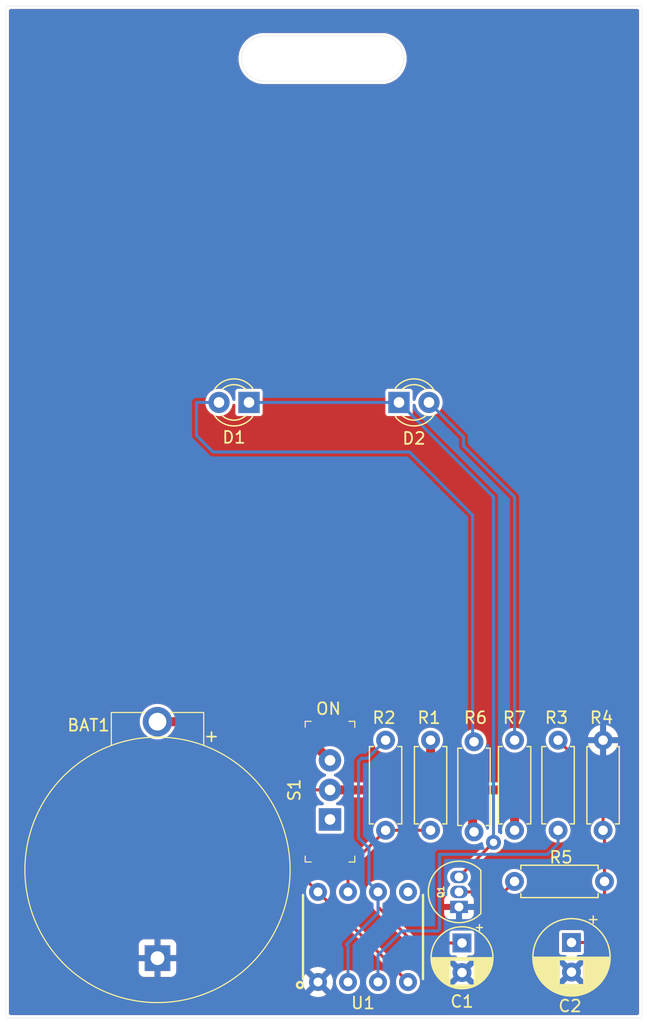
<source format=kicad_pcb>
(kicad_pcb (version 20211014) (generator pcbnew)
  (title_block (title "555_badge") (date "2022-08-04") (rev "v01") (comment 1 "Author: Grace Zongo") (comment 2 "Licence: CC BY 4.0") (comment 3 "ZONGRACEO@GMAIL.COM"))
  (layers (0 "F.Cu" signal) (31 "B.Cu" signal) (34 "B.Paste" user) (35 "F.Paste" user) (36 "B.SilkS" user "B.Silkscreen") (37 "F.SilkS" user "F.Silkscreen") (38 "B.Mask" user) (39 "F.Mask" user) (44 "Edge.Cuts" user))
  (net 0 "")
  (net 1 "GND")
  (net 2 "Net-(BAT1-PadPos)")
  (net 3 "Net-(C1-Pad1)")
  (net 4 "Net-(C2-Pad1)")
  (net 5 "Net-(D1-Pad1)")
  (net 6 "Net-(D1-Pad2)")
  (net 7 "Net-(D2-Pad2)")
  (net 8 "Net-(Q1-Pad2)")
  (net 9 "VCC")
  (net 10 "Net-(R1-Pad2)")
  (net 11 "Net-(R3-Pad2)")
  (footprint "Resistor_THT:R_Axial_DIN0207_L6.3mm_D2.5mm_P7.62mm_Horizontal" (layer "F.Cu") (at 170.06 111.118 90)
    (fp_text reference "R7" (at 9.518 -0.007 180) (layer "F.SilkS"))
    (fp_text value "100")
    (fp_line (start 7.08 -1.37) (end 7.08 -1.04) (layer "F.SilkS") (width 0.12))
    (fp_line (start 0.54 1.37) (end 7.08 1.37) (layer "F.SilkS") (width 0.12))
    (fp_line (start 7.08 1.37) (end 7.08 1.04) (layer "F.SilkS") (width 0.12))
    (fp_line (start 0.54 -1.37) (end 7.08 -1.37) (layer "F.SilkS") (width 0.12))
    (fp_line (start 0.54 -1.04) (end 0.54 -1.37) (layer "F.SilkS") (width 0.12))
    (fp_line (start 0.54 1.04) (end 0.54 1.37) (layer "F.SilkS") (width 0.12))
    (pad "1" thru_hole circle (at 0 0 90) (size 1.6 1.6) (drill 0.8) (layers *.Cu *.Mask) (net 9 "VCC"))
    (pad "2" thru_hole oval (at 7.62 0 90) (size 1.6 1.6) (drill 0.8) (layers *.Cu *.Mask) (net 7 "Net-(D2-Pad2)"))
  )
  (footprint "Capacitor_THT:CP_Radial_D5.0mm_P2.50mm" (layer "F.Cu") (at 165.608 120.65 -90)
    (fp_text reference "C1" (at 4.953 0 180) (layer "F.SilkS"))
    (fp_text value "10uF")
    (fp_line (start 2.011 1.04) (end 2.011 2.468) (layer "F.SilkS") (width 0.12))
    (fp_line (start 3.611 -1.098) (end 3.611 1.098) (layer "F.SilkS") (width 0.12))
    (fp_line (start 1.85 1.04) (end 1.85 2.511) (layer "F.SilkS") (width 0.12))
    (fp_line (start 3.811 -0.518) (end 3.811 0.518) (layer "F.SilkS") (width 0.12))
    (fp_line (start 1.89 1.04) (end 1.89 2.501) (layer "F.SilkS") (width 0.12))
    (fp_line (start 2.491 -2.268) (end 2.491 -1.04) (layer "F.SilkS") (width 0.12))
    (fp_line (start 3.371 1.04) (end 3.371 1.5) (layer "F.SilkS") (width 0.12))
    (fp_line (start 2.571 1.04) (end 2.571 2.224) (layer "F.SilkS") (width 0.12))
    (fp_line (start 2.691 1.04) (end 2.691 2.149) (layer "F.SilkS") (width 0.12))
    (fp_line (start 3.331 1.04) (end 3.331 1.554) (layer "F.SilkS") (width 0.12))
    (fp_line (start 2.931 -1.971) (end 2.931 -1.04) (layer "F.SilkS") (width 0.12))
    (fp_line (start 1.69 -2.543) (end 1.69 -1.04) (layer "F.SilkS") (width 0.12))
    (fp_line (start 3.731 -0.805) (end 3.731 0.805) (layer "F.SilkS") (width 0.12))
    (fp_line (start 1.77 1.04) (end 1.77 2.528) (layer "F.SilkS") (width 0.12))
    (fp_line (start 1.65 -2.55) (end 1.65 -1.04) (layer "F.SilkS") (width 0.12))
    (fp_line (start -1.304775 -1.725) (end -1.304775 -1.225) (layer "F.SilkS") (width 0.12))
    (fp_line (start 1.57 1.04) (end 1.57 2.561) (layer "F.SilkS") (width 0.12))
    (fp_line (start 1.85 -2.511) (end 1.85 -1.04) (layer "F.SilkS") (width 0.12))
    (fp_line (start 2.731 -2.122) (end 2.731 -1.04) (layer "F.SilkS") (width 0.12))
    (fp_line (start 2.851 1.04) (end 2.851 2.035) (layer "F.SilkS") (width 0.12))
    (fp_line (start 2.291 1.04) (end 2.291 2.365) (layer "F.SilkS") (width 0.12))
    (fp_line (start 2.091 -2.442) (end 2.091 -1.04) (layer "F.SilkS") (width 0.12))
    (fp_line (start 1.61 -2.556) (end 1.61 -1.04) (layer "F.SilkS") (width 0.12))
    (fp_line (start 1.25 -2.58) (end 1.25 2.58) (layer "F.SilkS") (width 0.12))
    (fp_line (start 3.571 -1.178) (end 3.571 1.178) (layer "F.SilkS") (width 0.12))
    (fp_line (start 2.291 -2.365) (end 2.291 -1.04) (layer "F.SilkS") (width 0.12))
    (fp_line (start 2.771 -2.095) (end 2.771 -1.04) (layer "F.SilkS") (width 0.12))
    (fp_line (start 2.731 1.04) (end 2.731 2.122) (layer "F.SilkS") (width 0.12))
    (fp_line (start 2.531 1.04) (end 2.531 2.247) (layer "F.SilkS") (width 0.12))
    (fp_line (start 3.131 -1.785) (end 3.131 -1.04) (layer "F.SilkS") (width 0.12))
    (fp_line (start 2.171 1.04) (end 2.171 2.414) (layer "F.SilkS") (width 0.12))
    (fp_line (start 2.131 -2.428) (end 2.131 -1.04) (layer "F.SilkS") (width 0.12))
    (fp_line (start 3.211 -1.699) (end 3.211 -1.04) (layer "F.SilkS") (width 0.12))
    (fp_line (start 1.69 1.04) (end 1.69 2.543) (layer "F.SilkS") (width 0.12))
    (fp_line (start 3.251 1.04) (end 3.251 1.653) (layer "F.SilkS") (width 0.12))
    (fp_line (start 2.611 1.04) (end 2.611 2.2) (layer "F.SilkS") (width 0.12))
    (fp_line (start 2.331 1.04) (end 2.331 2.348) (layer "F.SilkS") (width 0.12))
    (fp_line (start 1.49 1.04) (end 1.49 2.569) (layer "F.SilkS") (width 0.12))
    (fp_line (start -1.554775 -1.475) (end -1.054775 -1.475) (layer "F.SilkS") (width 0.12))
    (fp_line (start 1.65 1.04) (end 1.65 2.55) (layer "F.SilkS") (width 0.12))
    (fp_line (start 2.971 -1.937) (end 2.971 -1.04) (layer "F.SilkS") (width 0.12))
    (fp_line (start 1.53 -2.565) (end 1.53 -1.04) (layer "F.SilkS") (width 0.12))
    (fp_line (start 3.171 1.04) (end 3.171 1.743) (layer "F.SilkS") (width 0.12))
    (fp_line (start 1.57 -2.561) (end 1.57 -1.04) (layer "F.SilkS") (width 0.12))
    (fp_line (start 3.011 1.04) (end 3.011 1.901) (layer "F.SilkS") (width 0.12))
    (fp_line (start 1.81 1.04) (end 1.81 2.52) (layer "F.SilkS") (width 0.12))
    (fp_line (start 2.411 1.04) (end 2.411 2.31) (layer "F.SilkS") (width 0.12))
    (fp_line (start 1.45 -2.573) (end 1.45 2.573) (layer "F.SilkS") (width 0.12))
    (fp_line (start 1.81 -2.52) (end 1.81 -1.04) (layer "F.SilkS") (width 0.12))
    (fp_line (start 2.371 1.04) (end 2.371 2.329) (layer "F.SilkS") (width 0.12))
    (fp_line (start 3.291 1.04) (end 3.291 1.605) (layer "F.SilkS") (width 0.12))
    (fp_line (start 2.051 -2.455) (end 2.051 -1.04) (layer "F.SilkS") (width 0.12))
    (fp_line (start 3.211 1.04) (end 3.211 1.699) (layer "F.SilkS") (width 0.12))
    (fp_line (start 2.331 -2.348) (end 2.331 -1.04) (layer "F.SilkS") (width 0.12))
    (fp_line (start 3.491 1.04) (end 3.491 1.319) (layer "F.SilkS") (width 0.12))
    (fp_line (start 2.491 1.04) (end 2.491 2.268) (layer "F.SilkS") (width 0.12))
    (fp_line (start 2.211 -2.398) (end 2.211 -1.04) (layer "F.SilkS") (width 0.12))
    (fp_line (start 2.531 -2.247) (end 2.531 -1.04) (layer "F.SilkS") (width 0.12))
    (fp_line (start 2.451 1.04) (end 2.451 2.29) (layer "F.SilkS") (width 0.12))
    (fp_line (start 2.211 1.04) (end 2.211 2.398) (layer "F.SilkS") (width 0.12))
    (fp_line (start 2.691 -2.149) (end 2.691 -1.04) (layer "F.SilkS") (width 0.12))
    (fp_line (start 1.41 -2.576) (end 1.41 2.576) (layer "F.SilkS") (width 0.12))
    (fp_line (start 1.49 -2.569) (end 1.49 -1.04) (layer "F.SilkS") (width 0.12))
    (fp_line (start 1.89 -2.501) (end 1.89 -1.04) (layer "F.SilkS") (width 0.12))
    (fp_line (start 3.411 -1.443) (end 3.411 -1.04) (layer "F.SilkS") (width 0.12))
    (fp_line (start 2.811 1.04) (end 2.811 2.065) (layer "F.SilkS") (width 0.12))
    (fp_line (start 3.291 -1.605) (end 3.291 -1.04) (layer "F.SilkS") (width 0.12))
    (fp_line (start 3.531 1.04) (end 3.531 1.251) (layer "F.SilkS") (width 0.12))
    (fp_line (start 3.171 -1.743) (end 3.171 -1.04) (layer "F.SilkS") (width 0.12))
    (fp_line (start 2.411 -2.31) (end 2.411 -1.04) (layer "F.SilkS") (width 0.12))
    (fp_line (start 1.53 1.04) (end 1.53 2.565) (layer "F.SilkS") (width 0.12))
    (fp_line (start 1.73 -2.536) (end 1.73 -1.04) (layer "F.SilkS") (width 0.12))
    (fp_line (start 1.73 1.04) (end 1.73 2.536) (layer "F.SilkS") (width 0.12))
    (fp_line (start 3.411 1.04) (end 3.411 1.443) (layer "F.SilkS") (width 0.12))
    (fp_line (start 3.691 -0.915) (end 3.691 0.915) (layer "F.SilkS") (width 0.12))
    (fp_line (start 2.931 1.04) (end 2.931 1.971) (layer "F.SilkS") (width 0.12))
    (fp_line (start 3.651 -1.011) (end 3.651 1.011) (layer "F.SilkS") (width 0.12))
    (fp_line (start 1.77 -2.528) (end 1.77 -1.04) (layer "F.SilkS") (width 0.12))
    (fp_line (start 3.851 -0.284) (end 3.851 0.284) (layer "F.SilkS") (width 0.12))
    (fp_line (start 2.451 -2.29) (end 2.451 -1.04) (layer "F.SilkS") (width 0.12))
    (fp_line (start 3.051 -1.864) (end 3.051 -1.04) (layer "F.SilkS") (width 0.12))
    (fp_line (start 2.251 1.04) (end 2.251 2.382) (layer "F.SilkS") (width 0.12))
    (fp_line (start 1.971 1.04) (end 1.971 2.48) (layer "F.SilkS") (width 0.12))
    (fp_line (start 2.091 1.04) (end 2.091 2.442) (layer "F.SilkS") (width 0.12))
    (fp_line (start 3.051 1.04) (end 3.051 1.864) (layer "F.SilkS") (width 0.12))
    (fp_line (start 2.611 -2.2) (end 2.611 -1.04) (layer "F.SilkS") (width 0.12))
    (fp_line (start 2.811 -2.065) (end 2.811 -1.04) (layer "F.SilkS") (width 0.12))
    (fp_line (start 3.251 -1.653) (end 3.251 -1.04) (layer "F.SilkS") (width 0.12))
    (fp_line (start 2.131 1.04) (end 2.131 2.428) (layer "F.SilkS") (width 0.12))
    (fp_line (start 3.771 -0.677) (end 3.771 0.677) (layer "F.SilkS") (width 0.12))
    (fp_line (start 3.531 -1.251) (end 3.531 -1.04) (layer "F.SilkS") (width 0.12))
    (fp_line (start 3.451 1.04) (end 3.451 1.383) (layer "F.SilkS") (width 0.12))
    (fp_line (start 3.011 -1.901) (end 3.011 -1.04) (layer "F.SilkS") (width 0.12))
    (fp_line (start 3.491 -1.319) (end 3.491 -1.04) (layer "F.SilkS") (width 0.12))
    (fp_line (start 3.371 -1.5) (end 3.371 -1.04) (layer "F.SilkS") (width 0.12))
    (fp_line (start 3.091 1.04) (end 3.091 1.826) (layer "F.SilkS") (width 0.12))
    (fp_line (start 3.091 -1.826) (end 3.091 -1.04) (layer "F.SilkS") (width 0.12))
    (fp_line (start 2.851 -2.035) (end 2.851 -1.04) (layer "F.SilkS") (width 0.12))
    (fp_line (start 2.011 -2.468) (end 2.011 -1.04) (layer "F.SilkS") (width 0.12))
    (fp_line (start 2.251 -2.382) (end 2.251 -1.04) (layer "F.SilkS") (width 0.12))
    (fp_line (start 1.971 -2.48) (end 1.971 -1.04) (layer "F.SilkS") (width 0.12))
    (fp_line (start 2.651 -2.175) (end 2.651 -1.04) (layer "F.SilkS") (width 0.12))
    (fp_line (start 2.891 -2.004) (end 2.891 -1.04) (layer "F.SilkS") (width 0.12))
    (fp_line (start 1.93 -2.491) (end 1.93 -1.04) (layer "F.SilkS") (width 0.12))
    (fp_line (start 2.971 1.04) (end 2.971 1.937) (layer "F.SilkS") (width 0.12))
    (fp_line (start 3.451 -1.383) (end 3.451 -1.04) (layer "F.SilkS") (width 0.12))
    (fp_line (start 2.891 1.04) (end 2.891 2.004) (layer "F.SilkS") (width 0.12))
    (fp_line (start 2.371 -2.329) (end 2.371 -1.04) (layer "F.SilkS") (width 0.12))
    (fp_line (start 1.29 -2.58) (end 1.29 2.58) (layer "F.SilkS") (width 0.12))
    (fp_line (start 3.131 1.04) (end 3.131 1.785) (layer "F.SilkS") (width 0.12))
    (fp_line (start 2.051 1.04) (end 2.051 2.455) (layer "F.SilkS") (width 0.12))
    (fp_line (start 1.61 1.04) (end 1.61 2.556) (layer "F.SilkS") (width 0.12))
    (fp_line (start 1.33 -2.579) (end 1.33 2.579) (layer "F.SilkS") (width 0.12))
    (fp_line (start 1.37 -2.578) (end 1.37 2.578) (layer "F.SilkS") (width 0.12))
    (fp_line (start 2.771 1.04) (end 2.771 2.095) (layer "F.SilkS") (width 0.12))
    (fp_line (start 3.331 -1.554) (end 3.331 -1.04) (layer "F.SilkS") (width 0.12))
    (fp_line (start 1.93 1.04) (end 1.93 2.491) (layer "F.SilkS") (width 0.12))
    (fp_line (start 2.571 -2.224) (end 2.571 -1.04) (layer "F.SilkS") (width 0.12))
    (fp_line (start 2.651 1.04) (end 2.651 2.175) (layer "F.SilkS") (width 0.12))
    (fp_line (start 2.171 -2.414) (end 2.171 -1.04) (layer "F.SilkS") (width 0.12))
    (fp_circle (center 1.25 0) (end 3.87 0) (layer "F.SilkS") (width 0.12) (fill none))
    (pad "1" thru_hole rect (at 0 0 270) (size 1.6 1.6) (drill 0.8) (layers *.Cu *.Mask) (net 3 "Net-(C1-Pad1)"))
    (pad "2" thru_hole circle (at 2.5 0 270) (size 1.6 1.6) (drill 0.8) (layers *.Cu *.Mask) (net 1 "GND"))
  )
  (footprint "Resistor_THT:R_Axial_DIN0207_L6.3mm_D2.5mm_P7.62mm_Horizontal" (layer "F.Cu") (at 177.673 115.443 180)
    (fp_text reference "R5" (at 3.683 2.032) (layer "F.SilkS"))
    (fp_text value "10k")
    (fp_line (start 0.54 -1.37) (end 7.08 -1.37) (layer "F.SilkS") (width 0.12))
    (fp_line (start 0.54 1.04) (end 0.54 1.37) (layer "F.SilkS") (width 0.12))
    (fp_line (start 0.54 1.37) (end 7.08 1.37) (layer "F.SilkS") (width 0.12))
    (fp_line (start 7.08 1.37) (end 7.08 1.04) (layer "F.SilkS") (width 0.12))
    (fp_line (start 0.54 -1.04) (end 0.54 -1.37) (layer "F.SilkS") (width 0.12))
    (fp_line (start 7.08 -1.37) (end 7.08 -1.04) (layer "F.SilkS") (width 0.12))
    (pad "1" thru_hole circle (at 0 0 180) (size 1.6 1.6) (drill 0.8) (layers *.Cu *.Mask) (net 4 "Net-(C2-Pad1)"))
    (pad "2" thru_hole oval (at 7.62 0 180) (size 1.6 1.6) (drill 0.8) (layers *.Cu *.Mask) (net 8 "Net-(Q1-Pad2)"))
  )
  (footprint "Capacitor_THT:CP_Radial_D6.3mm_P2.50mm" (layer "F.Cu") (at 174.879 120.610621 -90)
    (fp_text reference "C2" (at 5.373379 0.127 180) (layer "F.SilkS"))
    (fp_text value "100uF")
    (fp_line (start 2.171 1.04) (end 2.171 3.098) (layer "F.SilkS") (width 0.12))
    (fp_line (start 2.651 1.04) (end 2.651 2.916) (layer "F.SilkS") (width 0.12))
    (fp_line (start 2.371 -3.033) (end 2.371 -1.04) (layer "F.SilkS") (width 0.12))
    (fp_line (start 2.091 1.04) (end 2.091 3.121) (layer "F.SilkS") (width 0.12))
    (fp_line (start 2.171 -3.098) (end 2.171 -1.04) (layer "F.SilkS") (width 0.12))
    (fp_line (start 3.731 -2.092) (end 3.731 2.092) (layer "F.SilkS") (width 0.12))
    (fp_line (start 3.251 1.04) (end 3.251 2.548) (layer "F.SilkS") (width 0.12))
    (fp_line (start 2.091 -3.121) (end 2.091 -1.04) (layer "F.SilkS") (width 0.12))
    (fp_line (start 2.131 1.04) (end 2.131 3.11) (layer "F.SilkS") (width 0.12))
    (fp_line (start 3.291 -2.516) (end 3.291 -1.04) (layer "F.SilkS") (width 0.12))
    (fp_line (start 4.491 -0.402) (end 4.491 0.402) (layer "F.SilkS") (width 0.12))
    (fp_line (start 2.651 -2.916) (end 2.651 -1.04) (layer "F.SilkS") (width 0.12))
    (fp_line (start 3.171 -2.607) (end 3.171 -1.04) (layer "F.SilkS") (width 0.12))
    (fp_line (start 3.051 1.04) (end 3.051 2.69) (layer "F.SilkS") (width 0.12))
    (fp_line (start 2.331 -3.047) (end 2.331 -1.04) (layer "F.SilkS") (width 0.12))
    (fp_line (start 4.051 -1.65) (end 4.051 1.65) (layer "F.SilkS") (width 0.12))
    (fp_line (start 2.371 1.04) (end 2.371 3.033) (layer "F.SilkS") (width 0.12))
    (fp_line (start -2.250241 -1.839) (end -1.620241 -1.839) (layer "F.SilkS") (width 0.12))
    (fp_line (start 1.57 -3.215) (end 1.57 -1.04) (layer "F.SilkS") (width 0.12))
    (fp_line (start 1.49 -3.222) (end 1.49 -1.04) (layer "F.SilkS") (width 0.12))
    (fp_line (start 1.81 1.04) (end 1.81 3.182) (layer "F.SilkS") (width 0.12))
    (fp_line (start 2.971 -2.742) (end 2.971 -1.04) (layer "F.SilkS") (width 0.12))
    (fp_line (start 2.491 -2.986) (end 2.491 -1.04) (layer "F.SilkS") (width 0.12))
    (fp_line (start 3.611 -2.224) (end 3.611 2.224) (layer "F.SilkS") (width 0.12))
    (fp_line (start 1.65 1.04) (end 1.65 3.206) (layer "F.SilkS") (width 0.12))
    (fp_line (start 3.771 -2.044) (end 3.771 2.044) (layer "F.SilkS") (width 0.12))
    (fp_line (start 3.371 1.04) (end 3.371 2.45) (layer "F.SilkS") (width 0.12))
    (fp_line (start 3.411 1.04) (end 3.411 2.416) (layer "F.SilkS") (width 0.12))
    (fp_line (start 4.371 -0.94) (end 4.371 0.94) (layer "F.SilkS") (width 0.12))
    (fp_line (start 3.451 1.04) (end 3.451 2.38) (layer "F.SilkS") (width 0.12))
    (fp_line (start 1.77 -3.189) (end 1.77 -1.04) (layer "F.SilkS") (width 0.12))
    (fp_line (start 2.131 -3.11) (end 2.131 -1.04) (layer "F.SilkS") (width 0.12))
    (fp_line (start 3.051 -2.69) (end 3.051 -1.04) (layer "F.SilkS") (width 0.12))
    (fp_line (start 1.61 -3.211) (end 1.61 -1.04) (layer "F.SilkS") (width 0.12))
    (fp_line (start 2.451 -3.002) (end 2.451 -1.04) (layer "F.SilkS") (width 0.12))
    (fp_line (start 2.931 1.04) (end 2.931 2.766) (layer "F.SilkS") (width 0.12))
    (fp_line (start 2.211 1.04) (end 2.211 3.086) (layer "F.SilkS") (width 0.12))
    (fp_line (start 1.89 1.04) (end 1.89 3.167) (layer "F.SilkS") (width 0.12))
    (fp_line (start 2.611 -2.934) (end 2.611 -1.04) (layer "F.SilkS") (width 0.12))
    (fp_line (start 2.851 1.04) (end 2.851 2.812) (layer "F.SilkS") (width 0.12))
    (fp_line (start 2.571 -2.952) (end 2.571 -1.04) (layer "F.SilkS") (width 0.12))
    (fp_line (start 4.131 -1.509) (end 4.131 1.509) (layer "F.SilkS") (width 0.12))
    (fp_line (start 3.691 -2.137) (end 3.691 2.137) (layer "F.SilkS") (width 0.12))
    (fp_line (start 1.57 1.04) (end 1.57 3.215) (layer "F.SilkS") (width 0.12))
    (fp_line (start 1.45 -3.224) (end 1.45 3.224) (layer "F.SilkS") (width 0.12))
    (fp_line (start 1.69 1.04) (end 1.69 3.201) (layer "F.SilkS") (width 0.12))
    (fp_line (start 2.051 -3.131) (end 2.051 -1.04) (layer "F.SilkS") (width 0.12))
    (fp_line (start 3.091 -2.664) (end 3.091 -1.04) (layer "F.SilkS") (width 0.12))
    (fp_line (start 1.29 -3.23) (end 1.29 3.23) (layer "F.SilkS") (width 0.12))
    (fp_line (start 4.291 -1.165) (end 4.291 1.165) (layer "F.SilkS") (width 0.12))
    (fp_line (start 2.051 1.04) (end 2.051 3.131) (layer "F.SilkS") (width 0.12))
    (fp_line (start 3.491 1.04) (end 3.491 2.343) (layer "F.SilkS") (width 0.12))
    (fp_line (start 3.971 -1.776) (end 3.971 1.776) (layer "F.SilkS") (width 0.12))
    (fp_line (start 1.33 -3.23) (end 1.33 3.23) (layer "F.SilkS") (width 0.12))
    (fp_line (start 3.011 -2.716) (end 3.011 -1.04) (layer "F.SilkS") (width 0.12))
    (fp_line (start 2.451 1.04) (end 2.451 3.002) (layer "F.SilkS") (width 0.12))
    (fp_line (start 3.211 1.04) (end 3.211 2.578) (layer "F.SilkS") (width 0.12))
    (fp_line (start 1.65 -3.206) (end 1.65 -1.04) (layer "F.SilkS") (width 0.12))
    (fp_line (start 2.611 1.04) (end 2.611 2.934) (layer "F.SilkS") (width 0.12))
    (fp_line (start 1.49 1.04) (end 1.49 3.222) (layer "F.SilkS") (width 0.12))
    (fp_line (start 3.251 -2.548) (end 3.251 -1.04) (layer "F.SilkS") (width 0.12))
    (fp_line (start 3.491 -2.343) (end 3.491 -1.04) (layer "F.SilkS") (width 0.12))
    (fp_line (start 1.971 -3.15) (end 1.971 -1.04) (layer "F.SilkS") (width 0.12))
    (fp_line (start 1.69 -3.201) (end 1.69 -1.04) (layer "F.SilkS") (width 0.12))
    (fp_line (start 2.731 1.04) (end 2.731 2.876) (layer "F.SilkS") (width 0.12))
    (fp_line (start 1.53 1.04) (end 1.53 3.218) (layer "F.SilkS") (width 0.12))
    (fp_line (start 2.771 1.04) (end 2.771 2.856) (layer "F.SilkS") (width 0.12))
    (fp_line (start 2.931 -2.766) (end 2.931 -1.04) (layer "F.SilkS") (width 0.12))
    (fp_line (start 2.571 1.04) (end 2.571 2.952) (layer "F.SilkS") (width 0.12))
    (fp_line (start 2.531 1.04) (end 2.531 2.97) (layer "F.SilkS") (width 0.12))
    (fp_line (start 2.291 1.04) (end 2.291 3.061) (layer "F.SilkS") (width 0.12))
    (fp_line (start 2.251 1.04) (end 2.251 3.074) (layer "F.SilkS") (width 0.12))
    (fp_line (start 1.85 1.04) (end 1.85 3.175) (layer "F.SilkS") (width 0.12))
    (fp_line (start 1.81 -3.182) (end 1.81 -1.04) (layer "F.SilkS") (width 0.12))
    (fp_line (start 1.77 1.04) (end 1.77 3.189) (layer "F.SilkS") (width 0.12))
    (fp_line (start 2.411 -3.018) (end 2.411 -1.04) (layer "F.SilkS") (width 0.12))
    (fp_line (start 2.811 -2.834) (end 2.811 -1.04) (layer "F.SilkS") (width 0.12))
    (fp_line (start 2.251 -3.074) (end 2.251 -1.04) (layer "F.SilkS") (width 0.12))
    (fp_line (start 3.331 -2.484) (end 3.331 -1.04) (layer "F.SilkS") (width 0.12))
    (fp_line (start 4.251 -1.262) (end 4.251 1.262) (layer "F.SilkS") (width 0.12))
    (fp_line (start 2.331 1.04) (end 2.331 3.047) (layer "F.SilkS") (width 0.12))
    (fp_line (start 2.971 1.04) (end 2.971 2.742) (layer "F.SilkS") (width 0.12))
    (fp_line (start -1.935241 -2.154) (end -1.935241 -1.524) (layer "F.SilkS") (width 0.12))
    (fp_line (start 4.451 -0.633) (end 4.451 0.633) (layer "F.SilkS") (width 0.12))
    (fp_line (start 1.93 -3.159) (end 1.93 -1.04) (layer "F.SilkS") (width 0.12))
    (fp_line (start 3.451 -2.38) (end 3.451 -1.04) (layer "F.SilkS") (width 0.12))
    (fp_line (start 3.011 1.04) (end 3.011 2.716) (layer "F.SilkS") (width 0.12))
    (fp_line (start 1.61 1.04) (end 1.61 3.211) (layer "F.SilkS") (width 0.12))
    (fp_line (start 3.331 1.04) (end 3.331 2.484) (layer "F.SilkS") (width 0.12))
    (fp_line (start 1.73 -3.195) (end 1.73 -1.04) (layer "F.SilkS") (width 0.12))
    (fp_line (start 3.411 -2.416) (end 3.411 -1.04) (layer "F.SilkS") (width 0.12))
    (fp_line (start 4.171 -1.432) (end 4.171 1.432) (layer "F.SilkS") (width 0.12))
    (fp_line (start 3.851 -1.944) (end 3.851 1.944) (layer "F.SilkS") (width 0.12))
    (fp_line (start 3.531 -2.305) (end 3.531 -1.04) (layer "F.SilkS") (width 0.12))
    (fp_line (start 3.131 -2.636) (end 3.131 -1.04) (layer "F.SilkS") (width 0.12))
    (fp_line (start 3.171 1.04) (end 3.171 2.607) (layer "F.SilkS") (width 0.12))
    (fp_line (start 3.211 -2.578) (end 3.211 -1.04) (layer "F.SilkS") (width 0.12))
    (fp_line (start 3.091 1.04) (end 3.091 2.664) (layer "F.SilkS") (width 0.12))
    (fp_line (start 3.811 -1.995) (end 3.811 1.995) (layer "F.SilkS") (width 0.12))
    (fp_line (start 1.89 -3.167) (end 1.89 -1.04) (layer "F.SilkS") (width 0.12))
    (fp_line (start 3.291 1.04) (end 3.291 2.516) (layer "F.SilkS") (width 0.12))
    (fp_line (start 3.371 -2.45) (end 3.371 -1.04) (layer "F.SilkS") (width 0.12))
    (fp_line (start 4.011 -1.714) (end 4.011 1.714) (layer "F.SilkS") (width 0.12))
    (fp_line (start 2.891 -2.79) (end 2.891 -1.04) (layer "F.SilkS") (width 0.12))
    (fp_line (start 2.011 1.04) (end 2.011 3.141) (layer "F.SilkS") (width 0.12))
    (fp_line (start 2.811 1.04) (end 2.811 2.834) (layer "F.SilkS") (width 0.12))
    (fp_line (start 3.891 -1.89) (end 3.891 1.89) (layer "F.SilkS") (width 0.12))
    (fp_line (start 2.691 -2.896) (end 2.691 -1.04) (layer "F.SilkS") (width 0.12))
    (fp_line (start 1.41 -3.227) (end 1.41 3.227) (layer "F.SilkS") (width 0.12))
    (fp_line (start 2.411 1.04) (end 2.411 3.018) (layer "F.SilkS") (width 0.12))
    (fp_line (start 2.211 -3.086) (end 2.211 -1.04) (layer "F.SilkS") (width 0.12))
    (fp_line (start 4.211 -1.35) (end 4.211 1.35) (layer "F.SilkS") (width 0.12))
    (fp_line (start 1.93 1.04) (end 1.93 3.159) (layer "F.SilkS") (width 0.12))
    (fp_line (start 3.651 -2.182) (end 3.651 2.182) (layer "F.SilkS") (width 0.12))
    (fp_line (start 4.331 -1.059) (end 4.331 1.059) (layer "F.SilkS") (width 0.12))
    (fp_line (start 2.291 -3.061) (end 2.291 -1.04) (layer "F.SilkS") (width 0.12))
    (fp_line (start 2.851 -2.812) (end 2.851 -1.04) (layer "F.SilkS") (width 0.12))
    (fp_line (start 2.491 1.04) (end 2.491 2.986) (layer "F.SilkS") (width 0.12))
    (fp_line (start 1.85 -3.175) (end 1.85 -1.04) (layer "F.SilkS") (width 0.12))
    (fp_line (start 1.971 1.04) (end 1.971 3.15) (layer "F.SilkS") (width 0.12))
    (fp_line (start 2.011 -3.141) (end 2.011 -1.04) (layer "F.SilkS") (width 0.12))
    (fp_line (start 1.37 -3.228) (end 1.37 3.228) (layer "F.SilkS") (width 0.12))
    (fp_line (start 4.091 -1.581) (end 4.091 1.581) (layer "F.SilkS") (width 0.12))
    (fp_line (start 2.771 -2.856) (end 2.771 -1.04) (layer "F.SilkS") (width 0.12))
    (fp_line (start 2.531 -2.97) (end 2.531 -1.04) (layer "F.SilkS") (width 0.12))
    (fp_line (start 3.531 1.04) (end 3.531 2.305) (layer "F.SilkS") (width 0.12))
    (fp_line (start 2.891 1.04) (end 2.891 2.79) (layer "F.SilkS") (width 0.12))
    (fp_line (start 1.25 -3.23) (end 1.25 3.23) (layer "F.SilkS") (width 0.12))
    (fp_line (start 2.731 -2.876) (end 2.731 -1.04) (layer "F.SilkS") (width 0.12))
    (fp_line (start 2.691 1.04) (end 2.691 2.896) (layer "F.SilkS") (width 0.12))
    (fp_line (start 3.571 -2.265) (end 3.571 2.265) (layer "F.SilkS") (width 0.12))
    (fp_line (start 3.131 1.04) (end 3.131 2.636) (layer "F.SilkS") (width 0.12))
    (fp_line (start 1.53 -3.218) (end 1.53 -1.04) (layer "F.SilkS") (width 0.12))
    (fp_line (start 3.931 -1.834) (end 3.931 1.834) (layer "F.SilkS") (width 0.12))
    (fp_line (start 1.73 1.04) (end 1.73 3.195) (layer "F.SilkS") (width 0.12))
    (fp_line (start 4.411 -0.802) (end 4.411 0.802) (layer "F.SilkS") (width 0.12))
    (fp_circle (center 1.25 0) (end 4.52 0) (layer "F.SilkS") (width 0.12) (fill none))
    (pad "1" thru_hole rect (at 0 0 270) (size 1.6 1.6) (drill 0.8) (layers *.Cu *.Mask) (net 4 "Net-(C2-Pad1)"))
    (pad "2" thru_hole circle (at 2.5 0 270) (size 1.6 1.6) (drill 0.8) (layers *.Cu *.Mask) (net 1 "GND"))
  )
  (footprint "digikey-footprints:Switch_Slide_11.6x4mm_EG1218" (layer "F.Cu") (at 154.432 110.203 90)
    (fp_text reference "S1" (at 2.49 -3.02 90) (layer "F.SilkS"))
    (fp_text value "com")
    (fp_line (start -3.6 2.1) (end -3.1 2.1) (layer "F.SilkS") (width 0.1))
    (fp_line (start 8.3 2.1) (end 8.3 1.6) (layer "F.SilkS") (width 0.1))
    (fp_line (start 8.3 -2.1) (end 8.3 -1.6) (layer "F.SilkS") (width 0.1))
    (fp_line (start -3.6 -2.1) (end -3.1 -2.1) (layer "F.SilkS") (width 0.1))
    (fp_line (start 8.3 -2.1) (end 7.8 -2.1) (layer "F.SilkS") (width 0.1))
    (fp_line (start -3.6 2.1) (end -3.6 1.6) (layer "F.SilkS") (width 0.1))
    (fp_line (start -3.6 -2.1) (end -3.6 -1.6) (layer "F.SilkS") (width 0.1))
    (fp_line (start 8.3 2.1) (end 7.8 2.1) (layer "F.SilkS") (width 0.1))
    (pad "1" thru_hole rect locked (at 0 0 90) (size 1.9 1.9) (drill 0.9) (layers *.Cu *.Mask))
    (pad "2" thru_hole circle locked (at 2.5 0 90) (size 1.9 1.9) (drill 0.9) (layers *.Cu *.Mask) (net 9 "VCC"))
    (pad "3" thru_hole circle locked (at 5 0 90) (size 1.9 1.9) (drill 0.9) (layers *.Cu *.Mask) (net 2 "Net-(BAT1-PadPos)"))
  )
  (footprint "Resistor_THT:R_Axial_DIN0207_L6.3mm_D2.5mm_P7.62mm_Horizontal" (layer "F.Cu") (at 173.743 103.498 -90)
    (fp_text reference "R3" (at -1.898 0.134 180) (layer "F.SilkS"))
    (fp_text value "22k")
    (fp_line (start 0.54 -1.04) (end 0.54 -1.37) (layer "F.SilkS") (width 0.12))
    (fp_line (start 7.08 -1.37) (end 7.08 -1.04) (layer "F.SilkS") (width 0.12))
    (fp_line (start 0.54 1.04) (end 0.54 1.37) (layer "F.SilkS") (width 0.12))
    (fp_line (start 0.54 1.37) (end 7.08 1.37) (layer "F.SilkS") (width 0.12))
    (fp_line (start 7.08 1.37) (end 7.08 1.04) (layer "F.SilkS") (width 0.12))
    (fp_line (start 0.54 -1.37) (end 7.08 -1.37) (layer "F.SilkS") (width 0.12))
    (pad "1" thru_hole circle (at 0 0 270) (size 1.6 1.6) (drill 0.8) (layers *.Cu *.Mask) (net 4 "Net-(C2-Pad1)"))
    (pad "2" thru_hole oval (at 7.62 0 270) (size 1.6 1.6) (drill 0.8) (layers *.Cu *.Mask) (net 11 "Net-(R3-Pad2)"))
  )
  (footprint "555_badge:ICM7555-PDIP" (layer "F.Cu") (at 157.226 120.142)
    (fp_text reference "U1" (at 0 5.588 unlocked) (layer "F.SilkS"))
    (fp_text value "7555")
    (fp_line (start -5.08 3.556) (end -5.08 -3.556) (layer "F.SilkS") (width 0.2032))
    (fp_line (start 5.08 3.556) (end 5.08 -3.556) (layer "F.SilkS") (width 0.2032))
    (fp_circle (center -5.334 4.064) (end -5.08 4.064) (layer "F.SilkS") (width 0.2032) (fill none))
    (pad "1" thru_hole circle (at -3.81 3.81) (size 1.524 1.524) (drill 0.762) (layers *.Cu *.Mask) (net 1 "GND"))
    (pad "2" thru_hole circle (at -1.27 3.81) (size 1.524 1.524) (drill 0.762) (layers *.Cu *.Mask) (net 3 "Net-(C1-Pad1)"))
    (pad "3" thru_hole circle (at 1.27 3.81) (size 1.524 1.524) (drill 0.762) (layers *.Cu *.Mask) (net 11 "Net-(R3-Pad2)"))
    (pad "4" thru_hole circle (at 3.81 3.81) (size 1.524 1.524) (drill 0.762) (layers *.Cu *.Mask) (net 9 "VCC"))
    (pad "5" thru_hole circle (at 3.81 -3.81) (size 1.524 1.524) (drill 0.762) (layers *.Cu *.Mask))
    (pad "6" thru_hole circle (at 1.27 -3.81) (size 1.524 1.524) (drill 0.762) (layers *.Cu *.Mask) (net 3 "Net-(C1-Pad1)"))
    (pad "7" thru_hole circle (at -1.27 -3.81) (size 1.524 1.524) (drill 0.762) (layers *.Cu *.Mask) (net 10 "Net-(R1-Pad2)"))
    (pad "8" thru_hole circle (at -3.81 -3.81) (size 1.524 1.524) (drill 0.762) (layers *.Cu *.Mask) (net 9 "VCC"))
  )
  (footprint "LED_THT:LED_D3.0mm" (layer "F.Cu") (at 160.274 74.93)
    (fp_text reference "D2" (at 1.27 3.048) (layer "F.SilkS"))
    (fp_text value "RED")
    (fp_line (start -0.29 1.08) (end -0.29 1.236) (layer "F.SilkS") (width 0.12))
    (fp_line (start -0.29 -1.236) (end -0.29 -1.08) (layer "F.SilkS") (width 0.12))
    (fp_arc (start -0.29 -1.235516) (mid 1.366487 -1.987659) (end 2.942335 -1.078608) (layer "F.SilkS") (width 0.12))
    (fp_arc (start 0.229039 -1.08) (mid 1.270117 -1.5) (end 2.31113 -1.079837) (layer "F.SilkS") (width 0.12))
    (fp_arc (start 2.942335 1.078608) (mid 1.366487 1.987659) (end -0.29 1.235516) (layer "F.SilkS") (width 0.12))
    (fp_arc (start 2.31113 1.079837) (mid 1.270117 1.5) (end 0.229039 1.08) (layer "F.SilkS") (width 0.12))
    (pad "1" thru_hole rect (at 0 0) (size 1.8 1.8) (drill 0.9) (layers *.Cu *.Mask) (net 5 "Net-(D1-Pad1)"))
    (pad "2" thru_hole circle (at 2.54 0) (size 1.8 1.8) (drill 0.9) (layers *.Cu *.Mask) (net 7 "Net-(D2-Pad2)"))
  )
  (footprint "digikey-footprints:Battery_Holder_Coin_2032_BS-7" (layer "F.Cu") (at 139.827 121.9327 90)
    (fp_text reference "BAT1" (at 19.6977 -5.842 180) (layer "F.SilkS"))
    (fp_text value "BS-7")
    (fp_line (start 20.7772 -3.9116) (end 20.7772 -1.0668) (layer "F.SilkS") (width 0.1))
    (fp_line (start 20.7772 3.9116) (end 20.7772 1.0668) (layer "F.SilkS") (width 0.1))
    (fp_line (start 18.034 -3.9116) (end 20.7772 -3.9116) (layer "F.SilkS") (width 0.1))
    (fp_line (start 18.034 3.9116) (end 20.7772 3.9116) (layer "F.SilkS") (width 0.1))
    (fp_circle (center 7.4676 0) (end -3.7592 0) (layer "F.SilkS") (width 0.1) (fill none))
    (pad "Neg" thru_hole rect locked (at 0 0 90) (size 2.17 2.17) (drill 1.17) (layers *.Cu *.Mask) (net 1 "GND"))
    (pad "Pos" thru_hole circle locked (at 20 0 90) (size 2.5 2.5) (drill 1.5) (layers *.Cu *.Mask) (net 2 "Net-(BAT1-PadPos)"))
  )
  (footprint "Resistor_THT:R_Axial_DIN0207_L6.3mm_D2.5mm_P7.62mm_Horizontal" (layer "F.Cu") (at 166.624 111.252 90)
    (fp_text reference "R6" (at 9.652 0.127 180) (layer "F.SilkS"))
    (fp_text value "100")
    (fp_line (start 0.54 -1.37) (end 7.08 -1.37) (layer "F.SilkS") (width 0.12))
    (fp_line (start 0.54 1.04) (end 0.54 1.37) (layer "F.SilkS") (width 0.12))
    (fp_line (start 0.54 1.37) (end 7.08 1.37) (layer "F.SilkS") (width 0.12))
    (fp_line (start 7.08 -1.37) (end 7.08 -1.04) (layer "F.SilkS") (width 0.12))
    (fp_line (start 0.54 -1.04) (end 0.54 -1.37) (layer "F.SilkS") (width 0.12))
    (fp_line (start 7.08 1.37) (end 7.08 1.04) (layer "F.SilkS") (width 0.12))
    (pad "1" thru_hole circle (at 0 0 90) (size 1.6 1.6) (drill 0.8) (layers *.Cu *.Mask) (net 9 "VCC"))
    (pad "2" thru_hole oval (at 7.62 0 90) (size 1.6 1.6) (drill 0.8) (layers *.Cu *.Mask) (net 6 "Net-(D1-Pad2)"))
  )
  (footprint "LED_THT:LED_D3.0mm" (layer "F.Cu") (at 147.574 74.93 180)
    (fp_text reference "D1" (at 1.27 -2.96) (layer "F.SilkS"))
    (fp_text value "RED")
    (fp_line (start -0.29 -1.236) (end -0.29 -1.08) (layer "F.SilkS") (width 0.12))
    (fp_line (start -0.29 1.08) (end -0.29 1.236) (layer "F.SilkS") (width 0.12))
    (fp_arc (start 2.31113 1.079837) (mid 1.270117 1.5) (end 0.229039 1.08) (layer "F.SilkS") (width 0.12))
    (fp_arc (start -0.29 -1.235516) (mid 1.366487 -1.987659) (end 2.942335 -1.078608) (layer "F.SilkS") (width 0.12))
    (fp_arc (start 0.229039 -1.08) (mid 1.270117 -1.5) (end 2.31113 -1.079837) (layer "F.SilkS") (width 0.12))
    (fp_arc (start 2.942335 1.078608) (mid 1.366487 1.987659) (end -0.29 1.235516) (layer "F.SilkS") (width 0.12))
    (pad "1" thru_hole rect (at 0 0 180) (size 1.8 1.8) (drill 0.9) (layers *.Cu *.Mask) (net 5 "Net-(D1-Pad1)"))
    (pad "2" thru_hole circle (at 2.54 0 180) (size 1.8 1.8) (drill 0.9) (layers *.Cu *.Mask) (net 6 "Net-(D1-Pad2)"))
  )
  (footprint "Resistor_THT:R_Axial_DIN0207_L6.3mm_D2.5mm_P7.62mm_Horizontal" (layer "F.Cu") (at 159.138 111.118 90)
    (fp_text reference "R2" (at 9.518 -0.134 180) (layer "F.SilkS"))
    (fp_text value "330k")
    (fp_line (start 0.54 -1.37) (end 7.08 -1.37) (layer "F.SilkS") (width 0.12))
    (fp_line (start 0.54 1.37) (end 7.08 1.37) (layer "F.SilkS") (width 0.12))
    (fp_line (start 7.08 -1.37) (end 7.08 -1.04) (layer "F.SilkS") (width 0.12))
    (fp_line (start 0.54 -1.04) (end 0.54 -1.37) (layer "F.SilkS") (width 0.12))
    (fp_line (start 0.54 1.04) (end 0.54 1.37) (layer "F.SilkS") (width 0.12))
    (fp_line (start 7.08 1.37) (end 7.08 1.04) (layer "F.SilkS") (width 0.12))
    (pad "1" thru_hole circle (at 0 0 90) (size 1.6 1.6) (drill 0.8) (layers *.Cu *.Mask) (net 10 "Net-(R1-Pad2)"))
    (pad "2" thru_hole oval (at 7.62 0 90) (size 1.6 1.6) (drill 0.8) (layers *.Cu *.Mask) (net 3 "Net-(C1-Pad1)"))
  )
  (footprint "Resistor_THT:R_Axial_DIN0207_L6.3mm_D2.5mm_P7.62mm_Horizontal" (layer "F.Cu") (at 177.553 111.118 90)
    (fp_text reference "R4" (at 9.518 -0.134 180) (layer "F.SilkS"))
    (fp_text value "100k")
    (fp_line (start 7.08 1.37) (end 7.08 1.04) (layer "F.SilkS") (width 0.12))
    (fp_line (start 0.54 -1.04) (end 0.54 -1.37) (layer "F.SilkS") (width 0.12))
    (fp_line (start 0.54 -1.37) (end 7.08 -1.37) (layer "F.SilkS") (width 0.12))
    (fp_line (start 0.54 1.37) (end 7.08 1.37) (layer "F.SilkS") (width 0.12))
    (fp_line (start 0.54 1.04) (end 0.54 1.37) (layer "F.SilkS") (width 0.12))
    (fp_line (start 7.08 -1.37) (end 7.08 -1.04) (layer "F.SilkS") (width 0.12))
    (pad "1" thru_hole circle (at 0 0 90) (size 1.6 1.6) (drill 0.8) (layers *.Cu *.Mask) (net 4 "Net-(C2-Pad1)"))
    (pad "2" thru_hole oval (at 7.62 0 90) (size 1.6 1.6) (drill 0.8) (layers *.Cu *.Mask) (net 1 "GND"))
  )
  (footprint "Package_TO_SOT_THT:TO-92_Inline" (layer "F.Cu") (at 165.354 117.602 90)
    (fp_text reference "Q1" (at 1.27 -1.524 90) (layer "F.SilkS") (effects (font (size 0.508 0.508) (thickness 0.127))))
    (fp_text value "2N3904")
    (fp_line (start -0.53 1.85) (end 3.07 1.85) (layer "F.SilkS") (width 0.12))
    (fp_arc (start 1.27 -2.6) (mid 3.672087 -0.994977) (end 3.108478 1.838478) (layer "F.SilkS") (width 0.12))
    (fp_arc (start -0.568478 1.838478) (mid -1.132087 -0.994977) (end 1.27 -2.6) (layer "F.SilkS") (width 0.12))
    (pad "1" thru_hole rect (at 0 0 90) (size 1.05 1.5) (drill 0.75) (layers *.Cu *.Mask) (net 1 "GND"))
    (pad "2" thru_hole oval (at 1.27 0 90) (size 1.05 1.5) (drill 0.75) (layers *.Cu *.Mask) (net 8 "Net-(Q1-Pad2)"))
    (pad "3" thru_hole oval (at 2.54 0 90) (size 1.05 1.5) (drill 0.75) (layers *.Cu *.Mask) (net 5 "Net-(D1-Pad1)"))
  )
  (footprint "Resistor_THT:R_Axial_DIN0207_L6.3mm_D2.5mm_P7.62mm_Horizontal" (layer "F.Cu") (at 162.948 103.498 -90)
    (fp_text reference "R1" (at -1.898 0.134 180) (layer "F.SilkS"))
    (fp_text value "22k")
    (fp_line (start 0.54 1.04) (end 0.54 1.37) (layer "F.SilkS") (width 0.12))
    (fp_line (start 7.08 1.37) (end 7.08 1.04) (layer "F.SilkS") (width 0.12))
    (fp_line (start 7.08 -1.37) (end 7.08 -1.04) (layer "F.SilkS") (width 0.12))
    (fp_line (start 0.54 -1.37) (end 7.08 -1.37) (layer "F.SilkS") (width 0.12))
    (fp_line (start 0.54 -1.04) (end 0.54 -1.37) (layer "F.SilkS") (width 0.12))
    (fp_line (start 0.54 1.37) (end 7.08 1.37) (layer "F.SilkS") (width 0.12))
    (pad "1" thru_hole circle (at 0 0 270) (size 1.6 1.6) (drill 0.8) (layers *.Cu *.Mask) (net 9 "VCC"))
    (pad "2" thru_hole oval (at 7.62 0 270) (size 1.6 1.6) (drill 0.8) (layers *.Cu *.Mask) (net 10 "Net-(R1-Pad2)"))
  )
  (gr_line locked (start 127 127) (end 180.848 127) (layer "Edge.Cuts") (width 0.0254))
  (gr_arc (start 159.004 43.942) (mid 160.670873 45.847) (end 159.004 47.752) (layer "Edge.Cuts") (width 0.0254))
  (gr_line locked (start 127 41.402) (end 180.848 41.402) (layer "Edge.Cuts") (width 0.0254))
  (gr_line locked (start 148.844 47.752) (end 159.004 47.752) (layer "Edge.Cuts") (width 0.0254))
  (gr_arc (start 148.844 47.752) (mid 146.939 45.847) (end 148.844 43.942) (layer "Edge.Cuts") (width 0.0254))
  (gr_line locked (start 127 41.402) (end 127 127) (layer "Edge.Cuts") (width 0.0254))
  (gr_line locked (start 180.848 41.402) (end 180.848 127) (layer "Edge.Cuts") (width 0.0254))
  (gr_line locked (start 159.004 43.942) (end 148.844 43.942) (layer "Edge.Cuts") (width 0.0254))
  (gr_text "ON" (at 154.305 100.838) (layer "F.SilkS") (effects (font (size 1 1))))
  (gr_text "+" (at 144.399 103.124) (layer "F.SilkS") (effects (font (size 1 1))))
  (segment (start 139.827 101.9327) (end 151.1617 101.9327) (width 0.762) (layer "F.Cu") (net 2))
  (segment (start 151.1617 101.9327) (end 154.432 105.203) (width 0.762) (layer "F.Cu") (net 2))
  (segment (start 158.496 117.602) (end 158.496 116.332) (width 0.254) (layer "F.Cu") (net 3))
  (segment (start 165.608 120.65) (end 161.544 120.65) (width 0.254) (layer "F.Cu") (net 3))
  (segment (start 159.138 103.498) (end 159.505 103.498) (width 0.762) (layer "F.Cu") (net 3))
  (segment (start 161.544 120.65) (end 158.496 117.602) (width 0.254) (layer "F.Cu") (net 3))
  (segment (start 158.496 116.332) (end 157.734001 115.570001) (width 0.254) (layer "B.Cu") (net 3))
  (segment (start 157.099 105.029) (end 157.607 105.029) (width 0.254) (layer "B.Cu") (net 3))
  (segment (start 157.734001 112.649001) (end 156.845 111.76) (width 0.254) (layer "B.Cu") (net 3))
  (segment (start 155.829 120.777) (end 155.956 120.904) (width 0.254) (layer "B.Cu") (net 3))
  (segment (start 157.734001 115.570001) (end 157.734001 112.649001) (width 0.254) (layer "B.Cu") (net 3))
  (segment (start 157.607 105.029) (end 159.138 103.498) (width 0.254) (layer "B.Cu") (net 3))
  (segment (start 158.496 118.11) (end 155.829 120.777) (width 0.254) (layer "B.Cu") (net 3))
  (segment (start 158.496 116.332) (end 158.496 118.11) (width 0.254) (layer "B.Cu") (net 3))
  (segment (start 155.956 120.904) (end 155.956 123.952) (width 0.254) (layer "B.Cu") (net 3))
  (segment (start 156.845 105.283) (end 157.099 105.029) (width 0.254) (layer "B.Cu") (net 3))
  (segment (start 156.845 111.76) (end 156.845 105.283) (width 0.254) (layer "B.Cu") (net 3))
  (segment (start 177.673 119.253) (end 177.673 115.443) (width 0.254) (layer "F.Cu") (net 4))
  (segment (start 177.553 111.118) (end 177.553 107.308) (width 0.254) (layer "F.Cu") (net 4))
  (segment (start 177.673 115.443) (end 177.673 111.238) (width 0.254) (layer "F.Cu") (net 4))
  (segment (start 176.315379 120.610621) (end 177.673 119.253) (width 0.254) (layer "F.Cu") (net 4))
  (segment (start 174.879 120.610621) (end 176.315379 120.610621) (width 0.254) (layer "F.Cu") (net 4))
  (segment (start 177.673 111.238) (end 177.553 111.118) (width 0.254) (layer "F.Cu") (net 4))
  (segment (start 177.553 107.308) (end 173.743 103.498) (width 0.254) (layer "F.Cu") (net 4))
  (segment (start 168.275 112.141) (end 165.354 115.062) (width 0.254) (layer "F.Cu") (net 5))
  (via (at 168.275 112.141) (size 1.27) (drill 0.635) (layers "F.Cu" "B.Cu") (net 5))
  (segment (start 160.274 74.93) (end 147.574 74.93) (width 0.254) (layer "B.Cu") (net 5))
  (segment (start 168.275 112.141) (end 168.275 82.931) (width 0.254) (layer "B.Cu") (net 5))
  (segment (start 168.275 82.931) (end 160.274 74.93) (width 0.254) (layer "B.Cu") (net 5))
  (segment (start 144.526 79.121) (end 143.129 77.724) (width 0.254) (layer "B.Cu") (net 6))
  (segment (start 166.504 84.462) (end 161.163 79.121) (width 0.254) (layer "B.Cu") (net 6))
  (segment (start 166.504 103.632) (end 166.504 84.462) (width 0.254) (layer "B.Cu") (net 6))
  (segment (start 143.129 74.93) (end 145.034 74.93) (width 0.254) (layer "B.Cu") (net 6))
  (segment (start 143.129 77.724) (end 143.129 74.93) (width 0.254) (layer "B.Cu") (net 6))
  (segment (start 161.163 79.121) (end 144.526 79.121) (width 0.254) (layer "B.Cu") (net 6))
  (segment (start 170.06 82.938) (end 170.06 103.498) (width 0.254) (layer "B.Cu") (net 7))
  (segment (start 165.735 78.613) (end 170.06 82.938) (width 0.254) (layer "B.Cu") (net 7))
  (segment (start 165.735 77.851) (end 165.735 78.613) (width 0.254) (layer "B.Cu") (net 7))
  (segment (start 162.814 74.93) (end 165.735 77.851) (width 0.254) (layer "B.Cu") (net 7))
  (segment (start 165.354 116.332) (end 169.164 116.332) (width 0.254) (layer "F.Cu") (net 8))
  (segment (start 169.164 116.332) (end 170.053 115.443) (width 0.254) (layer "F.Cu") (net 8))
  (segment (start 166.363 107.703) (end 162.694 107.703) (width 0.762) (layer "F.Cu") (net 9))
  (segment (start 162.694 107.703) (end 154.432 107.703) (width 0.762) (layer "F.Cu") (net 9))
  (segment (start 166.504 107.562) (end 166.504 111.252) (width 0.762) (layer "F.Cu") (net 9))
  (segment (start 166.504 107.562) (end 166.363 107.703) (width 0.762) (layer "F.Cu") (net 9))
  (segment (start 153.101 116.017) (end 153.416 116.332) (width 0.254) (layer "F.Cu") (net 9))
  (segment (start 151.892 108.204) (end 151.892 114.808) (width 0.254) (layer "F.Cu") (net 9))
  (segment (start 151.892 114.808) (end 153.416 116.332) (width 0.254) (layer "F.Cu") (net 9))
  (segment (start 162.948 107.449) (end 162.694 107.703) (width 0.762) (layer "F.Cu") (net 9))
  (segment (start 154.432 107.703) (end 152.407 107.703) (width 0.254) (layer "F.Cu") (net 9))
  (segment (start 170.06 108.084) (end 169.679 107.703) (width 0.762) (layer "F.Cu") (net 9))
  (segment (start 152.4 107.696) (end 151.892 108.204) (width 0.254) (layer "F.Cu") (net 9))
  (segment (start 153.416 116.332) (end 161.036 123.952) (width 0.254) (layer "F.Cu") (net 9))
  (segment (start 169.679 107.703) (end 166.363 107.703) (width 0.762) (layer "F.Cu") (net 9))
  (segment (start 162.948 103.498) (end 162.948 107.449) (width 0.762) (layer "F.Cu") (net 9))
  (segment (start 152.407 107.703) (end 152.4 107.696) (width 0.254) (layer "F.Cu") (net 9))
  (segment (start 170.06 111.118) (end 170.06 108.084) (width 0.762) (layer "F.Cu") (net 9))
  (segment (start 155.956 116.332) (end 155.956 114.3) (width 0.254) (layer "F.Cu") (net 10))
  (segment (start 159.138 111.118) (end 162.948 111.118) (width 0.254) (layer "F.Cu") (net 10))
  (segment (start 155.956 114.3) (end 159.138 111.118) (width 0.254) (layer "F.Cu") (net 10))
  (segment (start 158.496 121.666) (end 160.528 119.634) (width 0.254) (layer "B.Cu") (net 11))
  (segment (start 158.496 123.952) (end 158.496 121.666) (width 0.254) (layer "B.Cu") (net 11))
  (segment (start 163.703 119.507) (end 163.703 113.157) (width 0.254) (layer "B.Cu") (net 11))
  (segment (start 163.703 113.157) (end 172.847 113.157) (width 0.254) (layer "B.Cu") (net 11))
  (segment (start 160.528 119.634) (end 163.576 119.634) (width 0.254) (layer "B.Cu") (net 11))
  (segment (start 163.576 119.634) (end 163.703 119.507) (width 0.254) (layer "B.Cu") (net 11))
  (segment (start 173.743 112.261) (end 173.743 111.118) (width 0.254) (layer "B.Cu") (net 11))
  (segment (start 172.847 113.157) (end 173.743 112.261) (width 0.254) (layer "B.Cu") (net 11))
  (zone (net 1) (net_name "GND") (layer "F.Cu") (connect_pads (clearance 0.254)) (min_thickness 0.254) (fill yes (thermal_gap 0.508) (thermal_bridge_width 0.508))
    (polygon (pts (xy 181.356 127.508) (xy 126.619 127.254) (xy 126.492 40.894) (xy 181.229 40.894)))
  )
  (zone (net 1) (net_name "GND") (layer "B.Cu") (connect_pads (clearance 0.254)) (min_thickness 0.254) (fill yes (thermal_gap 0.508) (thermal_bridge_width 0.508))
    (polygon (pts (xy 181.356 127.508) (xy 126.619 127.254) (xy 126.492 40.894) (xy 181.229 40.894)))
  )
)
</source>
